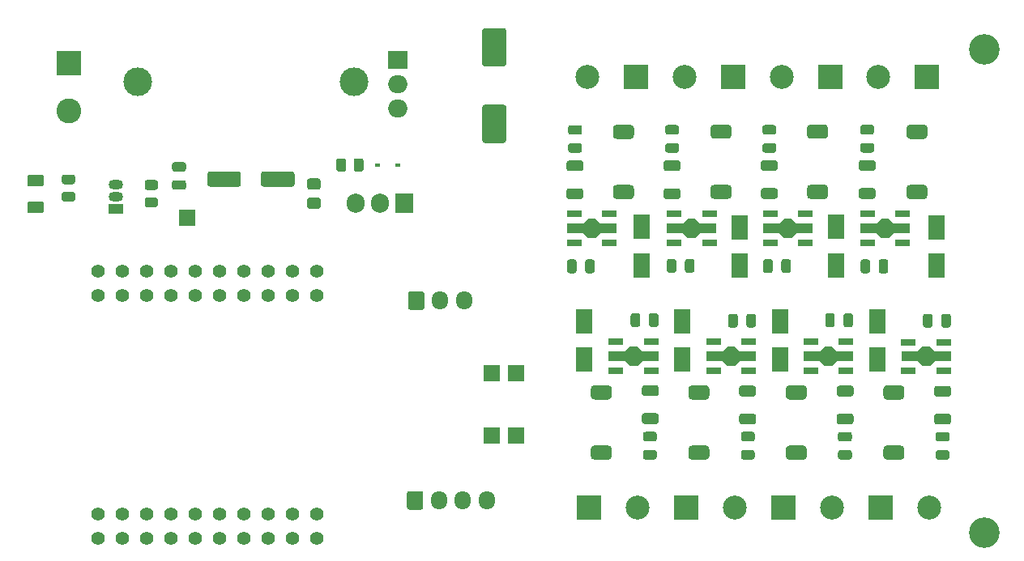
<source format=gts>
G04 #@! TF.GenerationSoftware,KiCad,Pcbnew,5.1.12-84ad8e8a86~92~ubuntu20.04.1*
G04 #@! TF.CreationDate,2021-11-09T00:40:46+01:00*
G04 #@! TF.ProjectId,CC dimmer low voltage,43432064-696d-46d6-9572-206c6f772076,0.80*
G04 #@! TF.SameCoordinates,Original*
G04 #@! TF.FileFunction,Soldermask,Top*
G04 #@! TF.FilePolarity,Negative*
%FSLAX46Y46*%
G04 Gerber Fmt 4.6, Leading zero omitted, Abs format (unit mm)*
G04 Created by KiCad (PCBNEW 5.1.12-84ad8e8a86~92~ubuntu20.04.1) date 2021-11-09 00:40:46*
%MOMM*%
%LPD*%
G01*
G04 APERTURE LIST*
%ADD10C,1.400000*%
%ADD11O,2.000000X1.905000*%
%ADD12R,2.000000X1.905000*%
%ADD13C,3.000000*%
%ADD14R,1.700000X1.700000*%
%ADD15C,3.200000*%
%ADD16R,1.800000X2.500000*%
%ADD17R,0.600000X0.450000*%
%ADD18O,1.700000X1.950000*%
%ADD19O,1.500000X1.050000*%
%ADD20R,1.500000X1.050000*%
%ADD21R,1.905000X2.000000*%
%ADD22O,1.905000X2.000000*%
%ADD23R,2.600000X2.600000*%
%ADD24C,2.600000*%
%ADD25C,2.500000*%
%ADD26R,2.500000X2.500000*%
%ADD27C,0.150000*%
%ADD28R,1.500000X0.700000*%
G04 APERTURE END LIST*
D10*
X128962000Y-95455000D03*
X128962000Y-97995000D03*
X126422000Y-95455000D03*
X126422000Y-97995000D03*
X123882000Y-95455000D03*
X123882000Y-97995000D03*
X121342000Y-95455000D03*
X121342000Y-97995000D03*
X118802000Y-95455000D03*
X118802000Y-97995000D03*
X116262000Y-95455000D03*
X116262000Y-97995000D03*
X113722000Y-95455000D03*
X113722000Y-97995000D03*
X111182000Y-95455000D03*
X111182000Y-97995000D03*
X108642000Y-95455000D03*
X108642000Y-97995000D03*
X106102000Y-95455000D03*
X106102000Y-97995000D03*
X128962000Y-120855000D03*
X128962000Y-123395000D03*
X126422000Y-120855000D03*
X126422000Y-123395000D03*
X123882000Y-120855000D03*
X123882000Y-123395000D03*
X121342000Y-120855000D03*
X121342000Y-123395000D03*
X118802000Y-120855000D03*
X118802000Y-123395000D03*
X116262000Y-120855000D03*
X116262000Y-123395000D03*
X113722000Y-120855000D03*
X113722000Y-123395000D03*
X111182000Y-120855000D03*
X111182000Y-123395000D03*
X108642000Y-120855000D03*
X108642000Y-123395000D03*
X106102000Y-123395000D03*
X106102000Y-120855000D03*
D11*
X137474200Y-78517000D03*
X137474200Y-75977000D03*
D12*
X137474200Y-73437000D03*
G36*
G01*
X156132000Y-94510000D02*
X156132000Y-95460000D01*
G75*
G02*
X155882000Y-95710000I-250000J0D01*
G01*
X155382000Y-95710000D01*
G75*
G02*
X155132000Y-95460000I0J250000D01*
G01*
X155132000Y-94510000D01*
G75*
G02*
X155382000Y-94260000I250000J0D01*
G01*
X155882000Y-94260000D01*
G75*
G02*
X156132000Y-94510000I0J-250000D01*
G01*
G37*
G36*
G01*
X158032000Y-94510000D02*
X158032000Y-95460000D01*
G75*
G02*
X157782000Y-95710000I-250000J0D01*
G01*
X157282000Y-95710000D01*
G75*
G02*
X157032000Y-95460000I0J250000D01*
G01*
X157032000Y-94510000D01*
G75*
G02*
X157282000Y-94260000I250000J0D01*
G01*
X157782000Y-94260000D01*
G75*
G02*
X158032000Y-94510000I0J-250000D01*
G01*
G37*
D13*
X132851400Y-75672200D03*
X110251400Y-75672200D03*
D14*
X149842000Y-112695000D03*
X149842000Y-106185000D03*
D15*
X198722000Y-72275000D03*
G36*
G01*
X156457000Y-83115000D02*
X155507000Y-83115000D01*
G75*
G02*
X155257000Y-82865000I0J250000D01*
G01*
X155257000Y-82365000D01*
G75*
G02*
X155507000Y-82115000I250000J0D01*
G01*
X156457000Y-82115000D01*
G75*
G02*
X156707000Y-82365000I0J-250000D01*
G01*
X156707000Y-82865000D01*
G75*
G02*
X156457000Y-83115000I-250000J0D01*
G01*
G37*
G36*
G01*
X156457000Y-81215000D02*
X155507000Y-81215000D01*
G75*
G02*
X155257000Y-80965000I0J250000D01*
G01*
X155257000Y-80465000D01*
G75*
G02*
X155507000Y-80215000I250000J0D01*
G01*
X156457000Y-80215000D01*
G75*
G02*
X156707000Y-80465000I0J-250000D01*
G01*
X156707000Y-80965000D01*
G75*
G02*
X156457000Y-81215000I-250000J0D01*
G01*
G37*
G36*
G01*
X168462000Y-94460000D02*
X168462000Y-95410000D01*
G75*
G02*
X168212000Y-95660000I-250000J0D01*
G01*
X167712000Y-95660000D01*
G75*
G02*
X167462000Y-95410000I0J250000D01*
G01*
X167462000Y-94460000D01*
G75*
G02*
X167712000Y-94210000I250000J0D01*
G01*
X168212000Y-94210000D01*
G75*
G02*
X168462000Y-94460000I0J-250000D01*
G01*
G37*
G36*
G01*
X166562000Y-94460000D02*
X166562000Y-95410000D01*
G75*
G02*
X166312000Y-95660000I-250000J0D01*
G01*
X165812000Y-95660000D01*
G75*
G02*
X165562000Y-95410000I0J250000D01*
G01*
X165562000Y-94460000D01*
G75*
G02*
X165812000Y-94210000I250000J0D01*
G01*
X166312000Y-94210000D01*
G75*
G02*
X166562000Y-94460000I0J-250000D01*
G01*
G37*
G36*
G01*
X166597000Y-83105000D02*
X165647000Y-83105000D01*
G75*
G02*
X165397000Y-82855000I0J250000D01*
G01*
X165397000Y-82355000D01*
G75*
G02*
X165647000Y-82105000I250000J0D01*
G01*
X166597000Y-82105000D01*
G75*
G02*
X166847000Y-82355000I0J-250000D01*
G01*
X166847000Y-82855000D01*
G75*
G02*
X166597000Y-83105000I-250000J0D01*
G01*
G37*
G36*
G01*
X166597000Y-81205000D02*
X165647000Y-81205000D01*
G75*
G02*
X165397000Y-80955000I0J250000D01*
G01*
X165397000Y-80455000D01*
G75*
G02*
X165647000Y-80205000I250000J0D01*
G01*
X166597000Y-80205000D01*
G75*
G02*
X166847000Y-80455000I0J-250000D01*
G01*
X166847000Y-80955000D01*
G75*
G02*
X166597000Y-81205000I-250000J0D01*
G01*
G37*
G36*
G01*
X178532000Y-94480000D02*
X178532000Y-95430000D01*
G75*
G02*
X178282000Y-95680000I-250000J0D01*
G01*
X177782000Y-95680000D01*
G75*
G02*
X177532000Y-95430000I0J250000D01*
G01*
X177532000Y-94480000D01*
G75*
G02*
X177782000Y-94230000I250000J0D01*
G01*
X178282000Y-94230000D01*
G75*
G02*
X178532000Y-94480000I0J-250000D01*
G01*
G37*
G36*
G01*
X176632000Y-94480000D02*
X176632000Y-95430000D01*
G75*
G02*
X176382000Y-95680000I-250000J0D01*
G01*
X175882000Y-95680000D01*
G75*
G02*
X175632000Y-95430000I0J250000D01*
G01*
X175632000Y-94480000D01*
G75*
G02*
X175882000Y-94230000I250000J0D01*
G01*
X176382000Y-94230000D01*
G75*
G02*
X176632000Y-94480000I0J-250000D01*
G01*
G37*
G36*
G01*
X176757000Y-81205000D02*
X175807000Y-81205000D01*
G75*
G02*
X175557000Y-80955000I0J250000D01*
G01*
X175557000Y-80455000D01*
G75*
G02*
X175807000Y-80205000I250000J0D01*
G01*
X176757000Y-80205000D01*
G75*
G02*
X177007000Y-80455000I0J-250000D01*
G01*
X177007000Y-80955000D01*
G75*
G02*
X176757000Y-81205000I-250000J0D01*
G01*
G37*
G36*
G01*
X176757000Y-83105000D02*
X175807000Y-83105000D01*
G75*
G02*
X175557000Y-82855000I0J250000D01*
G01*
X175557000Y-82355000D01*
G75*
G02*
X175807000Y-82105000I250000J0D01*
G01*
X176757000Y-82105000D01*
G75*
G02*
X177007000Y-82355000I0J-250000D01*
G01*
X177007000Y-82855000D01*
G75*
G02*
X176757000Y-83105000I-250000J0D01*
G01*
G37*
G36*
G01*
X186812000Y-94510000D02*
X186812000Y-95460000D01*
G75*
G02*
X186562000Y-95710000I-250000J0D01*
G01*
X186062000Y-95710000D01*
G75*
G02*
X185812000Y-95460000I0J250000D01*
G01*
X185812000Y-94510000D01*
G75*
G02*
X186062000Y-94260000I250000J0D01*
G01*
X186562000Y-94260000D01*
G75*
G02*
X186812000Y-94510000I0J-250000D01*
G01*
G37*
G36*
G01*
X188712000Y-94510000D02*
X188712000Y-95460000D01*
G75*
G02*
X188462000Y-95710000I-250000J0D01*
G01*
X187962000Y-95710000D01*
G75*
G02*
X187712000Y-95460000I0J250000D01*
G01*
X187712000Y-94510000D01*
G75*
G02*
X187962000Y-94260000I250000J0D01*
G01*
X188462000Y-94260000D01*
G75*
G02*
X188712000Y-94510000I0J-250000D01*
G01*
G37*
G36*
G01*
X186987000Y-83095000D02*
X186037000Y-83095000D01*
G75*
G02*
X185787000Y-82845000I0J250000D01*
G01*
X185787000Y-82345000D01*
G75*
G02*
X186037000Y-82095000I250000J0D01*
G01*
X186987000Y-82095000D01*
G75*
G02*
X187237000Y-82345000I0J-250000D01*
G01*
X187237000Y-82845000D01*
G75*
G02*
X186987000Y-83095000I-250000J0D01*
G01*
G37*
G36*
G01*
X186987000Y-81195000D02*
X186037000Y-81195000D01*
G75*
G02*
X185787000Y-80945000I0J250000D01*
G01*
X185787000Y-80445000D01*
G75*
G02*
X186037000Y-80195000I250000J0D01*
G01*
X186987000Y-80195000D01*
G75*
G02*
X187237000Y-80445000I0J-250000D01*
G01*
X187237000Y-80945000D01*
G75*
G02*
X186987000Y-81195000I-250000J0D01*
G01*
G37*
G36*
G01*
X148532000Y-82075000D02*
X146532000Y-82075000D01*
G75*
G02*
X146282000Y-81825000I0J250000D01*
G01*
X146282000Y-78325000D01*
G75*
G02*
X146532000Y-78075000I250000J0D01*
G01*
X148532000Y-78075000D01*
G75*
G02*
X148782000Y-78325000I0J-250000D01*
G01*
X148782000Y-81825000D01*
G75*
G02*
X148532000Y-82075000I-250000J0D01*
G01*
G37*
G36*
G01*
X148532000Y-74075000D02*
X146532000Y-74075000D01*
G75*
G02*
X146282000Y-73825000I0J250000D01*
G01*
X146282000Y-70325000D01*
G75*
G02*
X146532000Y-70075000I250000J0D01*
G01*
X148532000Y-70075000D01*
G75*
G02*
X148782000Y-70325000I0J-250000D01*
G01*
X148782000Y-73825000D01*
G75*
G02*
X148532000Y-74075000I-250000J0D01*
G01*
G37*
G36*
G01*
X126657200Y-85311800D02*
X126657200Y-86411800D01*
G75*
G02*
X126407200Y-86661800I-250000J0D01*
G01*
X123407200Y-86661800D01*
G75*
G02*
X123157200Y-86411800I0J250000D01*
G01*
X123157200Y-85311800D01*
G75*
G02*
X123407200Y-85061800I250000J0D01*
G01*
X126407200Y-85061800D01*
G75*
G02*
X126657200Y-85311800I0J-250000D01*
G01*
G37*
G36*
G01*
X121057200Y-85311800D02*
X121057200Y-86411800D01*
G75*
G02*
X120807200Y-86661800I-250000J0D01*
G01*
X117807200Y-86661800D01*
G75*
G02*
X117557200Y-86411800I0J250000D01*
G01*
X117557200Y-85311800D01*
G75*
G02*
X117807200Y-85061800I250000J0D01*
G01*
X120807200Y-85061800D01*
G75*
G02*
X121057200Y-85311800I0J-250000D01*
G01*
G37*
G36*
G01*
X115063800Y-86981600D02*
X114113800Y-86981600D01*
G75*
G02*
X113863800Y-86731600I0J250000D01*
G01*
X113863800Y-86231600D01*
G75*
G02*
X114113800Y-85981600I250000J0D01*
G01*
X115063800Y-85981600D01*
G75*
G02*
X115313800Y-86231600I0J-250000D01*
G01*
X115313800Y-86731600D01*
G75*
G02*
X115063800Y-86981600I-250000J0D01*
G01*
G37*
G36*
G01*
X115063800Y-85081600D02*
X114113800Y-85081600D01*
G75*
G02*
X113863800Y-84831600I0J250000D01*
G01*
X113863800Y-84331600D01*
G75*
G02*
X114113800Y-84081600I250000J0D01*
G01*
X115063800Y-84081600D01*
G75*
G02*
X115313800Y-84331600I0J-250000D01*
G01*
X115313800Y-84831600D01*
G75*
G02*
X115063800Y-85081600I-250000J0D01*
G01*
G37*
D16*
X162932000Y-94865000D03*
X162932000Y-90865000D03*
X173202000Y-94885000D03*
X173202000Y-90885000D03*
X183272000Y-94875000D03*
X183272000Y-90875000D03*
X193742000Y-90905000D03*
X193742000Y-94905000D03*
D17*
X137457400Y-84388600D03*
X135357400Y-84388600D03*
G36*
G01*
X100227800Y-89436200D02*
X98977800Y-89436200D01*
G75*
G02*
X98727800Y-89186200I0J250000D01*
G01*
X98727800Y-88436200D01*
G75*
G02*
X98977800Y-88186200I250000J0D01*
G01*
X100227800Y-88186200D01*
G75*
G02*
X100477800Y-88436200I0J-250000D01*
G01*
X100477800Y-89186200D01*
G75*
G02*
X100227800Y-89436200I-250000J0D01*
G01*
G37*
G36*
G01*
X100227800Y-86636200D02*
X98977800Y-86636200D01*
G75*
G02*
X98727800Y-86386200I0J250000D01*
G01*
X98727800Y-85636200D01*
G75*
G02*
X98977800Y-85386200I250000J0D01*
G01*
X100227800Y-85386200D01*
G75*
G02*
X100477800Y-85636200I0J-250000D01*
G01*
X100477800Y-86386200D01*
G75*
G02*
X100227800Y-86636200I-250000J0D01*
G01*
G37*
G36*
G01*
X128235799Y-85776400D02*
X129135801Y-85776400D01*
G75*
G02*
X129385800Y-86026399I0J-249999D01*
G01*
X129385800Y-86726401D01*
G75*
G02*
X129135801Y-86976400I-249999J0D01*
G01*
X128235799Y-86976400D01*
G75*
G02*
X127985800Y-86726401I0J249999D01*
G01*
X127985800Y-86026399D01*
G75*
G02*
X128235799Y-85776400I249999J0D01*
G01*
G37*
G36*
G01*
X128235799Y-87776400D02*
X129135801Y-87776400D01*
G75*
G02*
X129385800Y-88026399I0J-249999D01*
G01*
X129385800Y-88726401D01*
G75*
G02*
X129135801Y-88976400I-249999J0D01*
G01*
X128235799Y-88976400D01*
G75*
G02*
X127985800Y-88726401I0J249999D01*
G01*
X127985800Y-88026399D01*
G75*
G02*
X128235799Y-87776400I249999J0D01*
G01*
G37*
D15*
X198752000Y-122805000D03*
G36*
G01*
X138532000Y-99300000D02*
X138532000Y-97850000D01*
G75*
G02*
X138782000Y-97600000I250000J0D01*
G01*
X139982000Y-97600000D01*
G75*
G02*
X140232000Y-97850000I0J-250000D01*
G01*
X140232000Y-99300000D01*
G75*
G02*
X139982000Y-99550000I-250000J0D01*
G01*
X138782000Y-99550000D01*
G75*
G02*
X138532000Y-99300000I0J250000D01*
G01*
G37*
D18*
X141882000Y-98575000D03*
X144382000Y-98575000D03*
G36*
G01*
X138412000Y-120190000D02*
X138412000Y-118740000D01*
G75*
G02*
X138662000Y-118490000I250000J0D01*
G01*
X139862000Y-118490000D01*
G75*
G02*
X140112000Y-118740000I0J-250000D01*
G01*
X140112000Y-120190000D01*
G75*
G02*
X139862000Y-120440000I-250000J0D01*
G01*
X138662000Y-120440000D01*
G75*
G02*
X138412000Y-120190000I0J250000D01*
G01*
G37*
X141762000Y-119465000D03*
X144262000Y-119465000D03*
X146762000Y-119465000D03*
D14*
X147302000Y-106185000D03*
X147302000Y-112695000D03*
X115402000Y-89895000D03*
G36*
G01*
X155336997Y-83910000D02*
X156587003Y-83910000D01*
G75*
G02*
X156837000Y-84159997I0J-249997D01*
G01*
X156837000Y-84785003D01*
G75*
G02*
X156587003Y-85035000I-249997J0D01*
G01*
X155336997Y-85035000D01*
G75*
G02*
X155087000Y-84785003I0J249997D01*
G01*
X155087000Y-84159997D01*
G75*
G02*
X155336997Y-83910000I249997J0D01*
G01*
G37*
G36*
G01*
X155336997Y-86835000D02*
X156587003Y-86835000D01*
G75*
G02*
X156837000Y-87084997I0J-249997D01*
G01*
X156837000Y-87710003D01*
G75*
G02*
X156587003Y-87960000I-249997J0D01*
G01*
X155336997Y-87960000D01*
G75*
G02*
X155087000Y-87710003I0J249997D01*
G01*
X155087000Y-87084997D01*
G75*
G02*
X155336997Y-86835000I249997J0D01*
G01*
G37*
G36*
G01*
X165486997Y-86815000D02*
X166737003Y-86815000D01*
G75*
G02*
X166987000Y-87064997I0J-249997D01*
G01*
X166987000Y-87690003D01*
G75*
G02*
X166737003Y-87940000I-249997J0D01*
G01*
X165486997Y-87940000D01*
G75*
G02*
X165237000Y-87690003I0J249997D01*
G01*
X165237000Y-87064997D01*
G75*
G02*
X165486997Y-86815000I249997J0D01*
G01*
G37*
G36*
G01*
X165486997Y-83890000D02*
X166737003Y-83890000D01*
G75*
G02*
X166987000Y-84139997I0J-249997D01*
G01*
X166987000Y-84765003D01*
G75*
G02*
X166737003Y-85015000I-249997J0D01*
G01*
X165486997Y-85015000D01*
G75*
G02*
X165237000Y-84765003I0J249997D01*
G01*
X165237000Y-84139997D01*
G75*
G02*
X165486997Y-83890000I249997J0D01*
G01*
G37*
G36*
G01*
X175646997Y-86805000D02*
X176897003Y-86805000D01*
G75*
G02*
X177147000Y-87054997I0J-249997D01*
G01*
X177147000Y-87680003D01*
G75*
G02*
X176897003Y-87930000I-249997J0D01*
G01*
X175646997Y-87930000D01*
G75*
G02*
X175397000Y-87680003I0J249997D01*
G01*
X175397000Y-87054997D01*
G75*
G02*
X175646997Y-86805000I249997J0D01*
G01*
G37*
G36*
G01*
X175646997Y-83880000D02*
X176897003Y-83880000D01*
G75*
G02*
X177147000Y-84129997I0J-249997D01*
G01*
X177147000Y-84755003D01*
G75*
G02*
X176897003Y-85005000I-249997J0D01*
G01*
X175646997Y-85005000D01*
G75*
G02*
X175397000Y-84755003I0J249997D01*
G01*
X175397000Y-84129997D01*
G75*
G02*
X175646997Y-83880000I249997J0D01*
G01*
G37*
G36*
G01*
X185886997Y-83880000D02*
X187137003Y-83880000D01*
G75*
G02*
X187387000Y-84129997I0J-249997D01*
G01*
X187387000Y-84755003D01*
G75*
G02*
X187137003Y-85005000I-249997J0D01*
G01*
X185886997Y-85005000D01*
G75*
G02*
X185637000Y-84755003I0J249997D01*
G01*
X185637000Y-84129997D01*
G75*
G02*
X185886997Y-83880000I249997J0D01*
G01*
G37*
G36*
G01*
X185886997Y-86805000D02*
X187137003Y-86805000D01*
G75*
G02*
X187387000Y-87054997I0J-249997D01*
G01*
X187387000Y-87680003D01*
G75*
G02*
X187137003Y-87930000I-249997J0D01*
G01*
X185886997Y-87930000D01*
G75*
G02*
X185637000Y-87680003I0J249997D01*
G01*
X185637000Y-87054997D01*
G75*
G02*
X185886997Y-86805000I249997J0D01*
G01*
G37*
G36*
G01*
X111243198Y-85960800D02*
X112143202Y-85960800D01*
G75*
G02*
X112393200Y-86210798I0J-249998D01*
G01*
X112393200Y-86735802D01*
G75*
G02*
X112143202Y-86985800I-249998J0D01*
G01*
X111243198Y-86985800D01*
G75*
G02*
X110993200Y-86735802I0J249998D01*
G01*
X110993200Y-86210798D01*
G75*
G02*
X111243198Y-85960800I249998J0D01*
G01*
G37*
G36*
G01*
X111243198Y-87785800D02*
X112143202Y-87785800D01*
G75*
G02*
X112393200Y-88035798I0J-249998D01*
G01*
X112393200Y-88560802D01*
G75*
G02*
X112143202Y-88810800I-249998J0D01*
G01*
X111243198Y-88810800D01*
G75*
G02*
X110993200Y-88560802I0J249998D01*
G01*
X110993200Y-88035798D01*
G75*
G02*
X111243198Y-87785800I249998J0D01*
G01*
G37*
G36*
G01*
X132045000Y-83938598D02*
X132045000Y-84838602D01*
G75*
G02*
X131795002Y-85088600I-249998J0D01*
G01*
X131269998Y-85088600D01*
G75*
G02*
X131020000Y-84838602I0J249998D01*
G01*
X131020000Y-83938598D01*
G75*
G02*
X131269998Y-83688600I249998J0D01*
G01*
X131795002Y-83688600D01*
G75*
G02*
X132045000Y-83938598I0J-249998D01*
G01*
G37*
G36*
G01*
X133870000Y-83938598D02*
X133870000Y-84838602D01*
G75*
G02*
X133620002Y-85088600I-249998J0D01*
G01*
X133094998Y-85088600D01*
G75*
G02*
X132845000Y-84838602I0J249998D01*
G01*
X132845000Y-83938598D01*
G75*
G02*
X133094998Y-83688600I249998J0D01*
G01*
X133620002Y-83688600D01*
G75*
G02*
X133870000Y-83938598I0J-249998D01*
G01*
G37*
G36*
G01*
X103481802Y-88226600D02*
X102581798Y-88226600D01*
G75*
G02*
X102331800Y-87976602I0J249998D01*
G01*
X102331800Y-87451598D01*
G75*
G02*
X102581798Y-87201600I249998J0D01*
G01*
X103481802Y-87201600D01*
G75*
G02*
X103731800Y-87451598I0J-249998D01*
G01*
X103731800Y-87976602D01*
G75*
G02*
X103481802Y-88226600I-249998J0D01*
G01*
G37*
G36*
G01*
X103481802Y-86401600D02*
X102581798Y-86401600D01*
G75*
G02*
X102331800Y-86151602I0J249998D01*
G01*
X102331800Y-85626598D01*
G75*
G02*
X102581798Y-85376600I249998J0D01*
G01*
X103481802Y-85376600D01*
G75*
G02*
X103731800Y-85626598I0J-249998D01*
G01*
X103731800Y-86151602D01*
G75*
G02*
X103481802Y-86401600I-249998J0D01*
G01*
G37*
D19*
X107959400Y-87716000D03*
X107959400Y-86446000D03*
D20*
X107959400Y-88986000D03*
D21*
X138160000Y-88401800D03*
D22*
X135620000Y-88401800D03*
X133080000Y-88401800D03*
D23*
X103052000Y-73715000D03*
D24*
X103052000Y-78715000D03*
D25*
X157242000Y-75187000D03*
D26*
X162322000Y-75187000D03*
X172472000Y-75185000D03*
D25*
X167392000Y-75185000D03*
X177542000Y-75175000D03*
D26*
X182622000Y-75175000D03*
X192772000Y-75165000D03*
D25*
X187692000Y-75165000D03*
D27*
G36*
X156832000Y-91515000D02*
G01*
X155132000Y-91515000D01*
X155132000Y-90515000D01*
X156832000Y-90515000D01*
X157332000Y-90015000D01*
X158132000Y-90015000D01*
X158632000Y-90515000D01*
X160332000Y-90515000D01*
X160332000Y-91515000D01*
X158632000Y-91515000D01*
X158132000Y-92015000D01*
X157332000Y-92015000D01*
X156832000Y-91515000D01*
G37*
D28*
X159582000Y-89515000D03*
X159582000Y-92515000D03*
X155882000Y-89515000D03*
X155882000Y-92515000D03*
D27*
G36*
X167262000Y-91515000D02*
G01*
X165562000Y-91515000D01*
X165562000Y-90515000D01*
X167262000Y-90515000D01*
X167762000Y-90015000D01*
X168562000Y-90015000D01*
X169062000Y-90515000D01*
X170762000Y-90515000D01*
X170762000Y-91515000D01*
X169062000Y-91515000D01*
X168562000Y-92015000D01*
X167762000Y-92015000D01*
X167262000Y-91515000D01*
G37*
D28*
X170012000Y-89515000D03*
X170012000Y-92515000D03*
X166312000Y-89515000D03*
X166312000Y-92515000D03*
D27*
G36*
X177322000Y-91505000D02*
G01*
X175622000Y-91505000D01*
X175622000Y-90505000D01*
X177322000Y-90505000D01*
X177822000Y-90005000D01*
X178622000Y-90005000D01*
X179122000Y-90505000D01*
X180822000Y-90505000D01*
X180822000Y-91505000D01*
X179122000Y-91505000D01*
X178622000Y-92005000D01*
X177822000Y-92005000D01*
X177322000Y-91505000D01*
G37*
D28*
X180072000Y-89505000D03*
X180072000Y-92505000D03*
X176372000Y-89505000D03*
X176372000Y-92505000D03*
D27*
G36*
X187472000Y-91505000D02*
G01*
X185772000Y-91505000D01*
X185772000Y-90505000D01*
X187472000Y-90505000D01*
X187972000Y-90005000D01*
X188772000Y-90005000D01*
X189272000Y-90505000D01*
X190972000Y-90505000D01*
X190972000Y-91505000D01*
X189272000Y-91505000D01*
X188772000Y-92005000D01*
X187972000Y-92005000D01*
X187472000Y-91505000D01*
G37*
D28*
X190222000Y-89505000D03*
X190222000Y-92505000D03*
X186522000Y-89505000D03*
X186522000Y-92505000D03*
G36*
G01*
X161757000Y-87965000D02*
X160307000Y-87965000D01*
G75*
G02*
X159932000Y-87590000I0J375000D01*
G01*
X159932000Y-86840000D01*
G75*
G02*
X160307000Y-86465000I375000J0D01*
G01*
X161757000Y-86465000D01*
G75*
G02*
X162132000Y-86840000I0J-375000D01*
G01*
X162132000Y-87590000D01*
G75*
G02*
X161757000Y-87965000I-375000J0D01*
G01*
G37*
G36*
G01*
X161757000Y-81665000D02*
X160307000Y-81665000D01*
G75*
G02*
X159932000Y-81290000I0J375000D01*
G01*
X159932000Y-80540000D01*
G75*
G02*
X160307000Y-80165000I375000J0D01*
G01*
X161757000Y-80165000D01*
G75*
G02*
X162132000Y-80540000I0J-375000D01*
G01*
X162132000Y-81290000D01*
G75*
G02*
X161757000Y-81665000I-375000J0D01*
G01*
G37*
G36*
G01*
X171957000Y-87945000D02*
X170507000Y-87945000D01*
G75*
G02*
X170132000Y-87570000I0J375000D01*
G01*
X170132000Y-86820000D01*
G75*
G02*
X170507000Y-86445000I375000J0D01*
G01*
X171957000Y-86445000D01*
G75*
G02*
X172332000Y-86820000I0J-375000D01*
G01*
X172332000Y-87570000D01*
G75*
G02*
X171957000Y-87945000I-375000J0D01*
G01*
G37*
G36*
G01*
X171957000Y-81645000D02*
X170507000Y-81645000D01*
G75*
G02*
X170132000Y-81270000I0J375000D01*
G01*
X170132000Y-80520000D01*
G75*
G02*
X170507000Y-80145000I375000J0D01*
G01*
X171957000Y-80145000D01*
G75*
G02*
X172332000Y-80520000I0J-375000D01*
G01*
X172332000Y-81270000D01*
G75*
G02*
X171957000Y-81645000I-375000J0D01*
G01*
G37*
G36*
G01*
X182047000Y-81645000D02*
X180597000Y-81645000D01*
G75*
G02*
X180222000Y-81270000I0J375000D01*
G01*
X180222000Y-80520000D01*
G75*
G02*
X180597000Y-80145000I375000J0D01*
G01*
X182047000Y-80145000D01*
G75*
G02*
X182422000Y-80520000I0J-375000D01*
G01*
X182422000Y-81270000D01*
G75*
G02*
X182047000Y-81645000I-375000J0D01*
G01*
G37*
G36*
G01*
X182047000Y-87945000D02*
X180597000Y-87945000D01*
G75*
G02*
X180222000Y-87570000I0J375000D01*
G01*
X180222000Y-86820000D01*
G75*
G02*
X180597000Y-86445000I375000J0D01*
G01*
X182047000Y-86445000D01*
G75*
G02*
X182422000Y-86820000I0J-375000D01*
G01*
X182422000Y-87570000D01*
G75*
G02*
X182047000Y-87945000I-375000J0D01*
G01*
G37*
G36*
G01*
X192437000Y-87955000D02*
X190987000Y-87955000D01*
G75*
G02*
X190612000Y-87580000I0J375000D01*
G01*
X190612000Y-86830000D01*
G75*
G02*
X190987000Y-86455000I375000J0D01*
G01*
X192437000Y-86455000D01*
G75*
G02*
X192812000Y-86830000I0J-375000D01*
G01*
X192812000Y-87580000D01*
G75*
G02*
X192437000Y-87955000I-375000J0D01*
G01*
G37*
G36*
G01*
X192437000Y-81655000D02*
X190987000Y-81655000D01*
G75*
G02*
X190612000Y-81280000I0J375000D01*
G01*
X190612000Y-80530000D01*
G75*
G02*
X190987000Y-80155000I375000J0D01*
G01*
X192437000Y-80155000D01*
G75*
G02*
X192812000Y-80530000I0J-375000D01*
G01*
X192812000Y-81280000D01*
G75*
G02*
X192437000Y-81655000I-375000J0D01*
G01*
G37*
G36*
G01*
X192342000Y-101140000D02*
X192342000Y-100190000D01*
G75*
G02*
X192592000Y-99940000I250000J0D01*
G01*
X193092000Y-99940000D01*
G75*
G02*
X193342000Y-100190000I0J-250000D01*
G01*
X193342000Y-101140000D01*
G75*
G02*
X193092000Y-101390000I-250000J0D01*
G01*
X192592000Y-101390000D01*
G75*
G02*
X192342000Y-101140000I0J250000D01*
G01*
G37*
G36*
G01*
X194242000Y-101140000D02*
X194242000Y-100190000D01*
G75*
G02*
X194492000Y-99940000I250000J0D01*
G01*
X194992000Y-99940000D01*
G75*
G02*
X195242000Y-100190000I0J-250000D01*
G01*
X195242000Y-101140000D01*
G75*
G02*
X194992000Y-101390000I-250000J0D01*
G01*
X194492000Y-101390000D01*
G75*
G02*
X194242000Y-101140000I0J250000D01*
G01*
G37*
G36*
G01*
X193917000Y-114205000D02*
X194867000Y-114205000D01*
G75*
G02*
X195117000Y-114455000I0J-250000D01*
G01*
X195117000Y-114955000D01*
G75*
G02*
X194867000Y-115205000I-250000J0D01*
G01*
X193917000Y-115205000D01*
G75*
G02*
X193667000Y-114955000I0J250000D01*
G01*
X193667000Y-114455000D01*
G75*
G02*
X193917000Y-114205000I250000J0D01*
G01*
G37*
G36*
G01*
X193917000Y-112305000D02*
X194867000Y-112305000D01*
G75*
G02*
X195117000Y-112555000I0J-250000D01*
G01*
X195117000Y-113055000D01*
G75*
G02*
X194867000Y-113305000I-250000J0D01*
G01*
X193917000Y-113305000D01*
G75*
G02*
X193667000Y-113055000I0J250000D01*
G01*
X193667000Y-112555000D01*
G75*
G02*
X193917000Y-112305000I250000J0D01*
G01*
G37*
G36*
G01*
X182122000Y-101100000D02*
X182122000Y-100150000D01*
G75*
G02*
X182372000Y-99900000I250000J0D01*
G01*
X182872000Y-99900000D01*
G75*
G02*
X183122000Y-100150000I0J-250000D01*
G01*
X183122000Y-101100000D01*
G75*
G02*
X182872000Y-101350000I-250000J0D01*
G01*
X182372000Y-101350000D01*
G75*
G02*
X182122000Y-101100000I0J250000D01*
G01*
G37*
G36*
G01*
X184022000Y-101100000D02*
X184022000Y-100150000D01*
G75*
G02*
X184272000Y-99900000I250000J0D01*
G01*
X184772000Y-99900000D01*
G75*
G02*
X185022000Y-100150000I0J-250000D01*
G01*
X185022000Y-101100000D01*
G75*
G02*
X184772000Y-101350000I-250000J0D01*
G01*
X184272000Y-101350000D01*
G75*
G02*
X184022000Y-101100000I0J250000D01*
G01*
G37*
G36*
G01*
X183707000Y-114205000D02*
X184657000Y-114205000D01*
G75*
G02*
X184907000Y-114455000I0J-250000D01*
G01*
X184907000Y-114955000D01*
G75*
G02*
X184657000Y-115205000I-250000J0D01*
G01*
X183707000Y-115205000D01*
G75*
G02*
X183457000Y-114955000I0J250000D01*
G01*
X183457000Y-114455000D01*
G75*
G02*
X183707000Y-114205000I250000J0D01*
G01*
G37*
G36*
G01*
X183707000Y-112305000D02*
X184657000Y-112305000D01*
G75*
G02*
X184907000Y-112555000I0J-250000D01*
G01*
X184907000Y-113055000D01*
G75*
G02*
X184657000Y-113305000I-250000J0D01*
G01*
X183707000Y-113305000D01*
G75*
G02*
X183457000Y-113055000I0J250000D01*
G01*
X183457000Y-112555000D01*
G75*
G02*
X183707000Y-112305000I250000J0D01*
G01*
G37*
G36*
G01*
X171972000Y-101140000D02*
X171972000Y-100190000D01*
G75*
G02*
X172222000Y-99940000I250000J0D01*
G01*
X172722000Y-99940000D01*
G75*
G02*
X172972000Y-100190000I0J-250000D01*
G01*
X172972000Y-101140000D01*
G75*
G02*
X172722000Y-101390000I-250000J0D01*
G01*
X172222000Y-101390000D01*
G75*
G02*
X171972000Y-101140000I0J250000D01*
G01*
G37*
G36*
G01*
X173872000Y-101140000D02*
X173872000Y-100190000D01*
G75*
G02*
X174122000Y-99940000I250000J0D01*
G01*
X174622000Y-99940000D01*
G75*
G02*
X174872000Y-100190000I0J-250000D01*
G01*
X174872000Y-101140000D01*
G75*
G02*
X174622000Y-101390000I-250000J0D01*
G01*
X174122000Y-101390000D01*
G75*
G02*
X173872000Y-101140000I0J250000D01*
G01*
G37*
G36*
G01*
X173557000Y-114195000D02*
X174507000Y-114195000D01*
G75*
G02*
X174757000Y-114445000I0J-250000D01*
G01*
X174757000Y-114945000D01*
G75*
G02*
X174507000Y-115195000I-250000J0D01*
G01*
X173557000Y-115195000D01*
G75*
G02*
X173307000Y-114945000I0J250000D01*
G01*
X173307000Y-114445000D01*
G75*
G02*
X173557000Y-114195000I250000J0D01*
G01*
G37*
G36*
G01*
X173557000Y-112295000D02*
X174507000Y-112295000D01*
G75*
G02*
X174757000Y-112545000I0J-250000D01*
G01*
X174757000Y-113045000D01*
G75*
G02*
X174507000Y-113295000I-250000J0D01*
G01*
X173557000Y-113295000D01*
G75*
G02*
X173307000Y-113045000I0J250000D01*
G01*
X173307000Y-112545000D01*
G75*
G02*
X173557000Y-112295000I250000J0D01*
G01*
G37*
G36*
G01*
X161792000Y-101080000D02*
X161792000Y-100130000D01*
G75*
G02*
X162042000Y-99880000I250000J0D01*
G01*
X162542000Y-99880000D01*
G75*
G02*
X162792000Y-100130000I0J-250000D01*
G01*
X162792000Y-101080000D01*
G75*
G02*
X162542000Y-101330000I-250000J0D01*
G01*
X162042000Y-101330000D01*
G75*
G02*
X161792000Y-101080000I0J250000D01*
G01*
G37*
G36*
G01*
X163692000Y-101080000D02*
X163692000Y-100130000D01*
G75*
G02*
X163942000Y-99880000I250000J0D01*
G01*
X164442000Y-99880000D01*
G75*
G02*
X164692000Y-100130000I0J-250000D01*
G01*
X164692000Y-101080000D01*
G75*
G02*
X164442000Y-101330000I-250000J0D01*
G01*
X163942000Y-101330000D01*
G75*
G02*
X163692000Y-101080000I0J250000D01*
G01*
G37*
G36*
G01*
X163327000Y-114195000D02*
X164277000Y-114195000D01*
G75*
G02*
X164527000Y-114445000I0J-250000D01*
G01*
X164527000Y-114945000D01*
G75*
G02*
X164277000Y-115195000I-250000J0D01*
G01*
X163327000Y-115195000D01*
G75*
G02*
X163077000Y-114945000I0J250000D01*
G01*
X163077000Y-114445000D01*
G75*
G02*
X163327000Y-114195000I250000J0D01*
G01*
G37*
G36*
G01*
X163327000Y-112295000D02*
X164277000Y-112295000D01*
G75*
G02*
X164527000Y-112545000I0J-250000D01*
G01*
X164527000Y-113045000D01*
G75*
G02*
X164277000Y-113295000I-250000J0D01*
G01*
X163327000Y-113295000D01*
G75*
G02*
X163077000Y-113045000I0J250000D01*
G01*
X163077000Y-112545000D01*
G75*
G02*
X163327000Y-112295000I250000J0D01*
G01*
G37*
D16*
X187562000Y-104725000D03*
X187562000Y-100725000D03*
X177372000Y-104755000D03*
X177372000Y-100755000D03*
X167192000Y-100755000D03*
X167192000Y-104755000D03*
X156902000Y-100735000D03*
X156902000Y-104735000D03*
G36*
G01*
X188577000Y-107425000D02*
X190027000Y-107425000D01*
G75*
G02*
X190402000Y-107800000I0J-375000D01*
G01*
X190402000Y-108550000D01*
G75*
G02*
X190027000Y-108925000I-375000J0D01*
G01*
X188577000Y-108925000D01*
G75*
G02*
X188202000Y-108550000I0J375000D01*
G01*
X188202000Y-107800000D01*
G75*
G02*
X188577000Y-107425000I375000J0D01*
G01*
G37*
G36*
G01*
X188577000Y-113725000D02*
X190027000Y-113725000D01*
G75*
G02*
X190402000Y-114100000I0J-375000D01*
G01*
X190402000Y-114850000D01*
G75*
G02*
X190027000Y-115225000I-375000J0D01*
G01*
X188577000Y-115225000D01*
G75*
G02*
X188202000Y-114850000I0J375000D01*
G01*
X188202000Y-114100000D01*
G75*
G02*
X188577000Y-113725000I375000J0D01*
G01*
G37*
G36*
G01*
X178377000Y-113725000D02*
X179827000Y-113725000D01*
G75*
G02*
X180202000Y-114100000I0J-375000D01*
G01*
X180202000Y-114850000D01*
G75*
G02*
X179827000Y-115225000I-375000J0D01*
G01*
X178377000Y-115225000D01*
G75*
G02*
X178002000Y-114850000I0J375000D01*
G01*
X178002000Y-114100000D01*
G75*
G02*
X178377000Y-113725000I375000J0D01*
G01*
G37*
G36*
G01*
X178377000Y-107425000D02*
X179827000Y-107425000D01*
G75*
G02*
X180202000Y-107800000I0J-375000D01*
G01*
X180202000Y-108550000D01*
G75*
G02*
X179827000Y-108925000I-375000J0D01*
G01*
X178377000Y-108925000D01*
G75*
G02*
X178002000Y-108550000I0J375000D01*
G01*
X178002000Y-107800000D01*
G75*
G02*
X178377000Y-107425000I375000J0D01*
G01*
G37*
G36*
G01*
X168187000Y-107425000D02*
X169637000Y-107425000D01*
G75*
G02*
X170012000Y-107800000I0J-375000D01*
G01*
X170012000Y-108550000D01*
G75*
G02*
X169637000Y-108925000I-375000J0D01*
G01*
X168187000Y-108925000D01*
G75*
G02*
X167812000Y-108550000I0J375000D01*
G01*
X167812000Y-107800000D01*
G75*
G02*
X168187000Y-107425000I375000J0D01*
G01*
G37*
G36*
G01*
X168187000Y-113725000D02*
X169637000Y-113725000D01*
G75*
G02*
X170012000Y-114100000I0J-375000D01*
G01*
X170012000Y-114850000D01*
G75*
G02*
X169637000Y-115225000I-375000J0D01*
G01*
X168187000Y-115225000D01*
G75*
G02*
X167812000Y-114850000I0J375000D01*
G01*
X167812000Y-114100000D01*
G75*
G02*
X168187000Y-113725000I375000J0D01*
G01*
G37*
G36*
G01*
X157997000Y-113715000D02*
X159447000Y-113715000D01*
G75*
G02*
X159822000Y-114090000I0J-375000D01*
G01*
X159822000Y-114840000D01*
G75*
G02*
X159447000Y-115215000I-375000J0D01*
G01*
X157997000Y-115215000D01*
G75*
G02*
X157622000Y-114840000I0J375000D01*
G01*
X157622000Y-114090000D01*
G75*
G02*
X157997000Y-113715000I375000J0D01*
G01*
G37*
G36*
G01*
X157997000Y-107415000D02*
X159447000Y-107415000D01*
G75*
G02*
X159822000Y-107790000I0J-375000D01*
G01*
X159822000Y-108540000D01*
G75*
G02*
X159447000Y-108915000I-375000J0D01*
G01*
X157997000Y-108915000D01*
G75*
G02*
X157622000Y-108540000I0J375000D01*
G01*
X157622000Y-107790000D01*
G75*
G02*
X157997000Y-107415000I375000J0D01*
G01*
G37*
D26*
X187912000Y-120225000D03*
D25*
X192992000Y-120225000D03*
X182822000Y-120225000D03*
D26*
X177742000Y-120225000D03*
X167572000Y-120225000D03*
D25*
X172652000Y-120225000D03*
X162472000Y-120225000D03*
D26*
X157392000Y-120225000D03*
G36*
G01*
X195017002Y-111530000D02*
X193766998Y-111530000D01*
G75*
G02*
X193517000Y-111280002I0J249998D01*
G01*
X193517000Y-110654998D01*
G75*
G02*
X193766998Y-110405000I249998J0D01*
G01*
X195017002Y-110405000D01*
G75*
G02*
X195267000Y-110654998I0J-249998D01*
G01*
X195267000Y-111280002D01*
G75*
G02*
X195017002Y-111530000I-249998J0D01*
G01*
G37*
G36*
G01*
X195017002Y-108605000D02*
X193766998Y-108605000D01*
G75*
G02*
X193517000Y-108355002I0J249998D01*
G01*
X193517000Y-107729998D01*
G75*
G02*
X193766998Y-107480000I249998J0D01*
G01*
X195017002Y-107480000D01*
G75*
G02*
X195267000Y-107729998I0J-249998D01*
G01*
X195267000Y-108355002D01*
G75*
G02*
X195017002Y-108605000I-249998J0D01*
G01*
G37*
G36*
G01*
X184827002Y-108595000D02*
X183576998Y-108595000D01*
G75*
G02*
X183327000Y-108345002I0J249998D01*
G01*
X183327000Y-107719998D01*
G75*
G02*
X183576998Y-107470000I249998J0D01*
G01*
X184827002Y-107470000D01*
G75*
G02*
X185077000Y-107719998I0J-249998D01*
G01*
X185077000Y-108345002D01*
G75*
G02*
X184827002Y-108595000I-249998J0D01*
G01*
G37*
G36*
G01*
X184827002Y-111520000D02*
X183576998Y-111520000D01*
G75*
G02*
X183327000Y-111270002I0J249998D01*
G01*
X183327000Y-110644998D01*
G75*
G02*
X183576998Y-110395000I249998J0D01*
G01*
X184827002Y-110395000D01*
G75*
G02*
X185077000Y-110644998I0J-249998D01*
G01*
X185077000Y-111270002D01*
G75*
G02*
X184827002Y-111520000I-249998J0D01*
G01*
G37*
G36*
G01*
X174637002Y-108595000D02*
X173386998Y-108595000D01*
G75*
G02*
X173137000Y-108345002I0J249998D01*
G01*
X173137000Y-107719998D01*
G75*
G02*
X173386998Y-107470000I249998J0D01*
G01*
X174637002Y-107470000D01*
G75*
G02*
X174887000Y-107719998I0J-249998D01*
G01*
X174887000Y-108345002D01*
G75*
G02*
X174637002Y-108595000I-249998J0D01*
G01*
G37*
G36*
G01*
X174637002Y-111520000D02*
X173386998Y-111520000D01*
G75*
G02*
X173137000Y-111270002I0J249998D01*
G01*
X173137000Y-110644998D01*
G75*
G02*
X173386998Y-110395000I249998J0D01*
G01*
X174637002Y-110395000D01*
G75*
G02*
X174887000Y-110644998I0J-249998D01*
G01*
X174887000Y-111270002D01*
G75*
G02*
X174637002Y-111520000I-249998J0D01*
G01*
G37*
G36*
G01*
X164467002Y-111470000D02*
X163216998Y-111470000D01*
G75*
G02*
X162967000Y-111220002I0J249998D01*
G01*
X162967000Y-110594998D01*
G75*
G02*
X163216998Y-110345000I249998J0D01*
G01*
X164467002Y-110345000D01*
G75*
G02*
X164717000Y-110594998I0J-249998D01*
G01*
X164717000Y-111220002D01*
G75*
G02*
X164467002Y-111470000I-249998J0D01*
G01*
G37*
G36*
G01*
X164467002Y-108545000D02*
X163216998Y-108545000D01*
G75*
G02*
X162967000Y-108295002I0J249998D01*
G01*
X162967000Y-107669998D01*
G75*
G02*
X163216998Y-107420000I249998J0D01*
G01*
X164467002Y-107420000D01*
G75*
G02*
X164717000Y-107669998I0J-249998D01*
G01*
X164717000Y-108295002D01*
G75*
G02*
X164467002Y-108545000I-249998J0D01*
G01*
G37*
D28*
X194522000Y-102905000D03*
X194522000Y-105905000D03*
X190822000Y-102905000D03*
X190822000Y-105905000D03*
D27*
G36*
X193572000Y-103905000D02*
G01*
X195272000Y-103905000D01*
X195272000Y-104905000D01*
X193572000Y-104905000D01*
X193072000Y-105405000D01*
X192272000Y-105405000D01*
X191772000Y-104905000D01*
X190072000Y-104905000D01*
X190072000Y-103905000D01*
X191772000Y-103905000D01*
X192272000Y-103405000D01*
X193072000Y-103405000D01*
X193572000Y-103905000D01*
G37*
G36*
X183342000Y-103885000D02*
G01*
X185042000Y-103885000D01*
X185042000Y-104885000D01*
X183342000Y-104885000D01*
X182842000Y-105385000D01*
X182042000Y-105385000D01*
X181542000Y-104885000D01*
X179842000Y-104885000D01*
X179842000Y-103885000D01*
X181542000Y-103885000D01*
X182042000Y-103385000D01*
X182842000Y-103385000D01*
X183342000Y-103885000D01*
G37*
D28*
X180592000Y-105885000D03*
X180592000Y-102885000D03*
X184292000Y-105885000D03*
X184292000Y-102885000D03*
X174142000Y-102885000D03*
X174142000Y-105885000D03*
X170442000Y-102885000D03*
X170442000Y-105885000D03*
D27*
G36*
X173192000Y-103885000D02*
G01*
X174892000Y-103885000D01*
X174892000Y-104885000D01*
X173192000Y-104885000D01*
X172692000Y-105385000D01*
X171892000Y-105385000D01*
X171392000Y-104885000D01*
X169692000Y-104885000D01*
X169692000Y-103885000D01*
X171392000Y-103885000D01*
X171892000Y-103385000D01*
X172692000Y-103385000D01*
X173192000Y-103885000D01*
G37*
G36*
X163002000Y-103865000D02*
G01*
X164702000Y-103865000D01*
X164702000Y-104865000D01*
X163002000Y-104865000D01*
X162502000Y-105365000D01*
X161702000Y-105365000D01*
X161202000Y-104865000D01*
X159502000Y-104865000D01*
X159502000Y-103865000D01*
X161202000Y-103865000D01*
X161702000Y-103365000D01*
X162502000Y-103365000D01*
X163002000Y-103865000D01*
G37*
D28*
X160252000Y-105865000D03*
X160252000Y-102865000D03*
X163952000Y-105865000D03*
X163952000Y-102865000D03*
M02*

</source>
